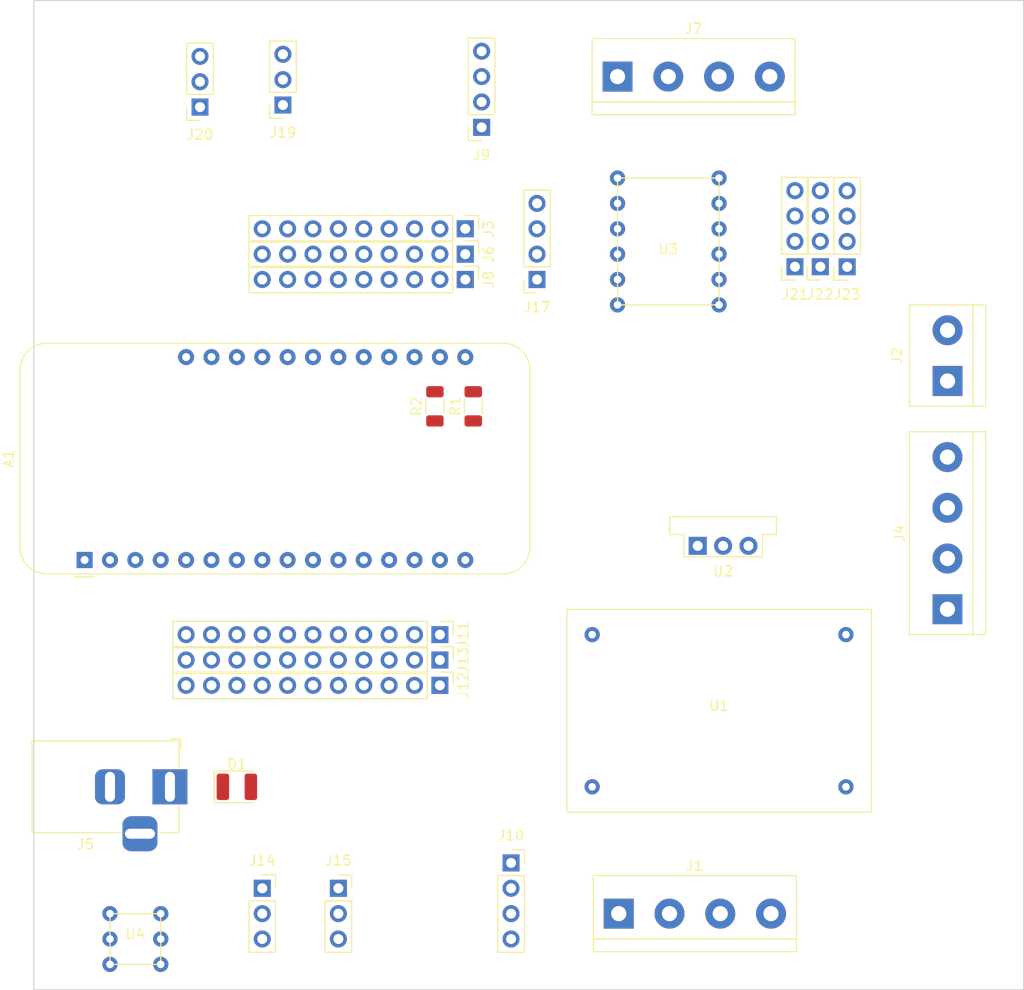
<source format=kicad_pcb>
(kicad_pcb (version 20211014) (generator pcbnew)
  (layers (0 "F.Cu" signal) (31 "B.Cu" signal) (34 "B.Paste" user) (35 "F.Paste" user) (36 "B.SilkS" user "B.Silkscreen") (37 "F.SilkS" user "F.Silkscreen") (38 "B.Mask" user) (39 "F.Mask" user) (44 "Edge.Cuts" user))
  (net 0 "")
  (net 1 "TX")
  (net 2 "RX")
  (net 4 "GND")
  (net 5 "Net-(A1-Pad7)")
  (net 6 "D5")
  (net 7 "D6")
  (net 8 "Net-(A1-Pad10)")
  (net 9 "A0")
  (net 10 "A1")
  (net 11 "Net-(A1-Pad21)")
  (net 12 "Net-(A1-Pad22)")
  (net 13 "SDA")
  (net 14 "SCL")
  (net 15 "Net-(A1-Pad25)")
  (net 18 "+12VA")
  (net 19 "Net-(D1-Pad2)")
  (net 20 "+5VA")
  (net 21 "+3.3VA")
  (net 22 "+5V")
  (net 23 "Net-(J17-Pad1)")
  (net 24 "Net-(J17-Pad2)")
  (net 25 "Net-(J17-Pad3)")
  (net 26 "Net-(J17-Pad4)")
  (net 27 "Net-(J21-Pad1)")
  (net 28 "Net-(J21-Pad2)")
  (net 29 "Net-(J21-Pad3)")
  (net 30 "Net-(J21-Pad4)")
  (net 31 "+3.3V")
  (net 36 "Net-(A1-Pad8)")
  (net 37 "Net-(A1-Pad9)")
  (net 38 "SCK")
  (net 39 "MOSI")
  (net 40 "MISO")
  (net 41 "Net-(A1-Pad23)")
  (net 42 "Net-(A1-Pad24)")
  (footprint "Converter_DCDC:Converter_DCDC_Murata_OKI-78SR_Vertical" (layer "F.Cu") (at 91.8464 115.57)
    (fp_text reference "U2" (at 2.54 2.54 180) (layer "F.SilkS"))
    (fp_text value "dcdc-3v3")
    (fp_line (start 7.88 -1.15) (end 7.88 -2.92) (layer "F.SilkS") (width 0.12))
    (fp_line (start 7.88 -2.92) (end -2.79 -2.92) (layer "F.SilkS") (width 0.12))
    (fp_line (start 7.88 -1.14) (end 6.48 -1.14) (layer "F.SilkS") (width 0.12))
    (fp_line (start 6.48 -1.14) (end 6.48 1.1) (layer "F.SilkS") (width 0.12))
    (fp_line (start 6.48 1.1) (end -1.4 1.1) (layer "F.SilkS") (width 0.12))
    (fp_line (start -1.4 1.1) (end -1.4 -1.14) (layer "F.SilkS") (width 0.12))
    (fp_line (start -1.4 -1.14) (end -2.79 -1.14) (layer "F.SilkS") (width 0.12))
    (fp_line (start -2.79 -2.92) (end -2.79 -1.14) (layer "F.SilkS") (width 0.12))
    (pad "1" thru_hole rect (at 0 0) (size 1.8 1.8) (drill 1) (layers *.Cu *.Mask) (net 20 "+5VA"))
    (pad "2" thru_hole circle (at 2.54 0) (size 1.8 1.8) (drill 1) (layers *.Cu *.Mask) (net 4 "GND"))
    (pad "3" thru_hole circle (at 5.08 0) (size 1.8 1.8) (drill 1) (layers *.Cu *.Mask) (net 21 "+3.3VA"))
  )
  (footprint "Connector_BarrelJack:BarrelJack_Horizontal" (layer "F.Cu") (at 39.02 139.7)
    (fp_text reference "J5" (at -8.45 5.75) (layer "F.SilkS"))
    (fp_text value "power")
    (fp_line (start -13.8 -4.6) (end 0.9 -4.6) (layer "F.SilkS") (width 0.12))
    (fp_line (start -13.8 4.6) (end -13.8 -4.6) (layer "F.SilkS") (width 0.12))
    (fp_line (start -5 4.6) (end -13.8 4.6) (layer "F.SilkS") (width 0.12))
    (fp_line (start 0.05 -4.8) (end 1.1 -4.8) (layer "F.SilkS") (width 0.12))
    (fp_line (start 1.1 -3.75) (end 1.1 -4.8) (layer "F.SilkS") (width 0.12))
    (fp_line (start 0.9 1.9) (end 0.9 4.6) (layer "F.SilkS") (width 0.12))
    (fp_line (start 0.9 4.6) (end -1 4.6) (layer "F.SilkS") (width 0.12))
    (fp_line (start 0.9 -4.6) (end 0.9 -2) (layer "F.SilkS") (width 0.12))
    (pad "1" thru_hole rect (at 0 0) (size 3.5 3.5) (drill oval 1 3) (layers *.Cu *.Mask) (net 19 "Net-(D1-Pad2)"))
    (pad "2" thru_hole roundrect (at -6 0) (size 3 3.5) (drill oval 1 3) (layers *.Cu *.Mask) (net 4 "GND"))
    (pad "3" thru_hole roundrect (at -3 4.7) (size 3.5 3.5) (drill oval 3 1) (layers *.Cu *.Mask) (net 4 "GND"))
  )
  (footprint "Connector_PinHeader_2.54mm:PinHeader_1x11_P2.54mm_Vertical" (layer "F.Cu") (at 66.04 124.46 -90)
    (fp_text reference "J11" (at 0 -2.33 90) (layer "F.SilkS"))
    (fp_text value "io")
    (fp_line (start -1.33 0) (end -1.33 -1.33) (layer "F.SilkS") (width 0.12))
    (fp_line (start -1.33 -1.33) (end 0 -1.33) (layer "F.SilkS") (width 0.12))
    (fp_line (start -1.33 1.27) (end 1.33 1.27) (layer "F.SilkS") (width 0.12))
    (fp_line (start 1.33 1.27) (end 1.33 26.73) (layer "F.SilkS") (width 0.12))
    (fp_line (start -1.33 26.73) (end 1.33 26.73) (layer "F.SilkS") (width 0.12))
    (fp_line (start -1.33 1.27) (end -1.33 26.73) (layer "F.SilkS") (width 0.12))
    (pad "1" thru_hole rect (at 0 0 270) (size 1.7 1.7) (drill 1) (layers *.Cu *.Mask) (net 1 "TX"))
    (pad "2" thru_hole oval (at 0 2.54 270) (size 1.7 1.7) (drill 1) (layers *.Cu *.Mask) (net 2 "RX"))
    (pad "3" thru_hole oval (at 0 5.08 270) (size 1.7 1.7) (drill 1) (layers *.Cu *.Mask) (net 40 "MISO"))
    (pad "4" thru_hole oval (at 0 7.62 270) (size 1.7 1.7) (drill 1) (layers *.Cu *.Mask) (net 39 "MOSI"))
    (pad "5" thru_hole oval (at 0 10.16 270) (size 1.7 1.7) (drill 1) (layers *.Cu *.Mask) (net 38 "SCK"))
    (pad "6" thru_hole oval (at 0 12.7 270) (size 1.7 1.7) (drill 1) (layers *.Cu *.Mask) (net 8 "Net-(A1-Pad10)"))
    (pad "7" thru_hole oval (at 0 15.24 270) (size 1.7 1.7) (drill 1) (layers *.Cu *.Mask) (net 37 "Net-(A1-Pad9)"))
    (pad "8" thru_hole oval (at 0 17.78 270) (size 1.7 1.7) (drill 1) (layers *.Cu *.Mask) (net 36 "Net-(A1-Pad8)"))
    (pad "9" thru_hole oval (at 0 20.32 270) (size 1.7 1.7) (drill 1) (layers *.Cu *.Mask) (net 5 "Net-(A1-Pad7)"))
    (pad "10" thru_hole oval (at 0 22.86 270) (size 1.7 1.7) (drill 1) (layers *.Cu *.Mask) (net 10 "A1"))
    (pad "11" thru_hole oval (at 0 25.4 270) (size 1.7 1.7) (drill 1) (layers *.Cu *.Mask) (net 9 "A0"))
  )
  (footprint "Connector_PinSocket_2.54mm:PinSocket_1x03_P2.54mm_Vertical" (layer "F.Cu") (at 48.26 149.86)
    (fp_text reference "J14" (at 0 -2.77) (layer "F.SilkS"))
    (fp_text value "a0")
    (fp_line (start 1.33 -1.33) (end 1.33 0) (layer "F.SilkS") (width 0.12))
    (fp_line (start 0 -1.33) (end 1.33 -1.33) (layer "F.SilkS") (width 0.12))
    (fp_line (start 1.33 1.27) (end 1.33 6.41) (layer "F.SilkS") (width 0.12))
    (fp_line (start -1.33 6.41) (end 1.33 6.41) (layer "F.SilkS") (width 0.12))
    (fp_line (start -1.33 1.27) (end -1.33 6.41) (layer "F.SilkS") (width 0.12))
    (fp_line (start -1.33 1.27) (end 1.33 1.27) (layer "F.SilkS") (width 0.12))
    (pad "1" thru_hole rect (at 0 0) (size 1.7 1.7) (drill 1) (layers *.Cu *.Mask) (net 9 "A0"))
    (pad "2" thru_hole oval (at 0 2.54) (size 1.7 1.7) (drill 1) (layers *.Cu *.Mask) (net 31 "+3.3V"))
    (pad "3" thru_hole oval (at 0 5.08) (size 1.7 1.7) (drill 1) (layers *.Cu *.Mask) (net 4 "GND"))
  )
  (footprint "TerminalBlock:TerminalBlock_bornier-4_P5.08mm" (layer "F.Cu") (at 116.84 121.92 90)
    (fp_text reference "J4" (at 7.6 -4.8 90) (layer "F.SilkS"))
    (fp_text value "power")
    (fp_line (start -2.54 -3.81) (end -2.54 3.81) (layer "F.SilkS") (width 0.12))
    (fp_line (start 17.78 2.54) (end -2.54 2.54) (layer "F.SilkS") (width 0.12))
    (fp_line (start -2.54 -3.81) (end 17.78 -3.81) (layer "F.SilkS") (width 0.12))
    (fp_line (start 17.78 3.81) (end 17.78 -3.81) (layer "F.SilkS") (width 0.12))
    (fp_line (start -2.54 3.81) (end 17.78 3.81) (layer "F.SilkS") (width 0.12))
    (pad "1" thru_hole rect (at 0 0 90) (size 3 3) (drill 1.52) (layers *.Cu *.Mask) (net 18 "+12VA"))
    (pad "2" thru_hole circle (at 5.08 0 90) (size 3 3) (drill 1.52) (layers *.Cu *.Mask) (net 20 "+5VA"))
    (pad "3" thru_hole circle (at 10.16 0 90) (size 3 3) (drill 1.52) (layers *.Cu *.Mask) (net 21 "+3.3VA"))
    (pad "4" thru_hole circle (at 15.24 0 90) (size 3 3) (drill 1.52) (layers *.Cu *.Mask) (net 4 "GND"))
  )
  (footprint "Connector_PinHeader_2.54mm:PinHeader_1x09_P2.54mm_Vertical" (layer "F.Cu") (at 68.58 88.9 -90)
    (fp_text reference "J8" (at 0 -2.33 90) (layer "F.SilkS"))
    (fp_text value "io")
    (fp_line (start -1.33 1.27) (end 1.33 1.27) (layer "F.SilkS") (width 0.12))
    (fp_line (start -1.33 -1.33) (end 0 -1.33) (layer "F.SilkS") (width 0.12))
    (fp_line (start -1.33 0) (end -1.33 -1.33) (layer "F.SilkS") (width 0.12))
    (fp_line (start -1.33 21.65) (end 1.33 21.65) (layer "F.SilkS") (width 0.12))
    (fp_line (start -1.33 1.27) (end -1.33 21.65) (layer "F.SilkS") (width 0.12))
    (fp_line (start 1.33 1.27) (end 1.33 21.65) (layer "F.SilkS") (width 0.12))
    (pad "1" thru_hole rect (at 0 0 270) (size 1.7 1.7) (drill 1) (layers *.Cu *.Mask) (net 13 "SDA"))
    (pad "2" thru_hole oval (at 0 2.54 270) (size 1.7 1.7) (drill 1) (layers *.Cu *.Mask) (net 14 "SCL"))
    (pad "3" thru_hole oval (at 0 5.08 270) (size 1.7 1.7) (drill 1) (layers *.Cu *.Mask) (net 6 "D5"))
    (pad "4" thru_hole oval (at 0 7.62 270) (size 1.7 1.7) (drill 1) (layers *.Cu *.Mask) (net 7 "D6"))
    (pad "5" thru_hole oval (at 0 10.16 270) (size 1.7 1.7) (drill 1) (layers *.Cu *.Mask) (net 11 "Net-(A1-Pad21)"))
    (pad "6" thru_hole oval (at 0 12.7 270) (size 1.7 1.7) (drill 1) (layers *.Cu *.Mask) (net 12 "Net-(A1-Pad22)"))
    (pad "7" thru_hole oval (at 0 15.24 270) (size 1.7 1.7) (drill 1) (layers *.Cu *.Mask) (net 41 "Net-(A1-Pad23)"))
    (pad "8" thru_hole oval (at 0 17.78 270) (size 1.7 1.7) (drill 1) (layers *.Cu *.Mask) (net 42 "Net-(A1-Pad24)"))
    (pad "9" thru_hole oval (at 0 20.32 270) (size 1.7 1.7) (drill 1) (layers *.Cu *.Mask) (net 15 "Net-(A1-Pad25)"))
  )
  (footprint "TerminalBlock:TerminalBlock_bornier-2_P5.08mm" (layer "F.Cu") (at 116.85 99.06 90)
    (fp_text reference "J2" (at 2.54 -5.08 90) (layer "F.SilkS"))
    (fp_text value "i2c")
    (fp_line (start 7.62 3.81) (end 7.62 -3.81) (layer "F.SilkS") (width 0.12))
    (fp_line (start -2.54 -3.81) (end -2.54 3.81) (layer "F.SilkS") (width 0.12))
    (fp_line (start 7.62 2.54) (end -2.54 2.54) (layer "F.SilkS") (width 0.12))
    (fp_line (start -2.54 3.81) (end 7.62 3.81) (layer "F.SilkS") (width 0.12))
    (fp_line (start 7.62 -3.81) (end -2.54 -3.81) (layer "F.SilkS") (width 0.12))
    (pad "1" thru_hole rect (at 0 0 90) (size 3 3) (drill 1.52) (layers *.Cu *.Mask) (net 13 "SDA"))
    (pad "2" thru_hole circle (at 5.08 0 90) (size 3 3) (drill 1.52) (layers *.Cu *.Mask) (net 14 "SCL"))
  )
  (footprint "Connector_PinHeader_2.54mm:PinHeader_1x09_P2.54mm_Vertical" (layer "F.Cu") (at 68.58 83.82 -90)
    (fp_text reference "J3" (at 0 -2.33 90) (layer "F.SilkS"))
    (fp_text value "gnd")
    (fp_line (start -1.33 1.27) (end 1.33 1.27) (layer "F.SilkS") (width 0.12))
    (fp_line (start -1.33 -1.33) (end 0 -1.33) (layer "F.SilkS") (width 0.12))
    (fp_line (start -1.33 21.65) (end 1.33 21.65) (layer "F.SilkS") (width 0.12))
    (fp_line (start -1.33 0) (end -1.33 -1.33) (layer "F.SilkS") (width 0.12))
    (fp_line (start -1.33 1.27) (end -1.33 21.65) (layer "F.SilkS") (width 0.12))
    (fp_line (start 1.33 1.27) (end 1.33 21.65) (layer "F.SilkS") (width 0.12))
    (pad "1" thru_hole rect (at 0 0 270) (size 1.7 1.7) (drill 1) (layers *.Cu *.Mask) (net 4 "GND"))
    (pad "2" thru_hole oval (at 0 2.54 270) (size 1.7 1.7) (drill 1) (layers *.Cu *.Mask) (net 4 "GND"))
    (pad "3" thru_hole oval (at 0 5.08 270) (size 1.7 1.7) (drill 1) (layers *.Cu *.Mask) (net 4 "GND"))
    (pad "4" thru_hole oval (at 0 7.62 270) (size 1.7 1.7) (drill 1) (layers *.Cu *.Mask) (net 4 "GND"))
    (pad "5" thru_hole oval (at 0 10.16 270) (size 1.7 1.7) (drill 1) (layers *.Cu *.Mask) (net 4 "GND"))
    (pad "6" thru_hole oval (at 0 12.7 270) (size 1.7 1.7) (drill 1) (layers *.Cu *.Mask) (net 4 "GND"))
    (pad "7" thru_hole oval (at 0 15.24 270) (size 1.7 1.7) (drill 1) (layers *.Cu *.Mask) (net 4 "GND"))
    (pad "8" thru_hole oval (at 0 17.78 270) (size 1.7 1.7) (drill 1) (layers *.Cu *.Mask) (net 4 "GND"))
    (pad "9" thru_hole oval (at 0 20.32 270) (size 1.7 1.7) (drill 1) (layers *.Cu *.Mask) (net 4 "GND"))
  )
  (footprint "Connector_PinSocket_2.54mm:PinSocket_1x03_P2.54mm_Vertical" (layer "F.Cu") (at 42.03 71.635 180)
    (fp_text reference "J20" (at 0 -2.77) (layer "F.SilkS"))
    (fp_text value "d6")
    (fp_line (start 1.33 1.27) (end 1.33 6.41) (layer "F.SilkS") (width 0.12))
    (fp_line (start -1.33 1.27) (end 1.33 1.27) (layer "F.SilkS") (width 0.12))
    (fp_line (start -1.33 6.41) (end 1.33 6.41) (layer "F.SilkS") (width 0.12))
    (fp_line (start 0 -1.33) (end 1.33 -1.33) (layer "F.SilkS") (width 0.12))
    (fp_line (start 1.33 -1.33) (end 1.33 0) (layer "F.SilkS") (width 0.12))
    (fp_line (start -1.33 1.27) (end -1.33 6.41) (layer "F.SilkS") (width 0.12))
    (pad "1" thru_hole rect (at 0 0 180) (size 1.7 1.7) (drill 1) (layers *.Cu *.Mask) (net 7 "D6"))
    (pad "2" thru_hole oval (at 0 2.54 180) (size 1.7 1.7) (drill 1) (layers *.Cu *.Mask) (net 31 "+3.3V"))
    (pad "3" thru_hole oval (at 0 5.08 180) (size 1.7 1.7) (drill 1) (layers *.Cu *.Mask) (net 4 "GND"))
  )
  (footprint "my-packages:dcdc-converter" (layer "F.Cu") (at 93.98 132.08)
    (fp_text reference "U1" (at 0 -0.5 unlocked) (layer "F.SilkS"))
    (fp_text value "dcdc-5v")
    (fp_rect (start -15.24 -10.16) (end 15.24 10.16) (layer "F.SilkS") (width 0.12) (fill none))
    (pad "1" thru_hole circle (at -12.7 -7.62) (size 1.524 1.524) (drill 0.762) (layers *.Cu *.Mask) (net 18 "+12VA"))
    (pad "2" thru_hole circle (at -12.7 7.62) (size 1.524 1.524) (drill 0.762) (layers *.Cu *.Mask) (net 4 "GND"))
    (pad "3" thru_hole circle (at 12.7 -7.62) (size 1.524 1.524) (drill 0.762) (layers *.Cu *.Mask) (net 20 "+5VA"))
    (pad "4" thru_hole circle (at 12.7 7.62) (size 1.524 1.524) (drill 0.762) (layers *.Cu *.Mask) (net 4 "GND"))
  )
  (footprint "Connector_PinHeader_2.54mm:PinHeader_1x09_P2.54mm_Vertical" (layer "F.Cu") (at 68.58 86.36 -90)
    (fp_text reference "J6" (at 0 -2.33 90) (layer "F.SilkS"))
    (fp_text value "vcc")
    (fp_line (start -1.33 1.27) (end -1.33 21.65) (layer "F.SilkS") (width 0.12))
    (fp_line (start -1.33 1.27) (end 1.33 1.27) (layer "F.SilkS") (width 0.12))
    (fp_line (start -1.33 0) (end -1.33 -1.33) (layer "F.SilkS") (width 0.12))
    (fp_line (start -1.33 21.65) (end 1.33 21.65) (layer "F.SilkS") (width 0.12))
    (fp_line (start -1.33 -1.33) (end 0 -1.33) (layer "F.SilkS") (width 0.12))
    (fp_line (start 1.33 1.27) (end 1.33 21.65) (layer "F.SilkS") (width 0.12))
    (pad "1" thru_hole rect (at 0 0 270) (size 1.7 1.7) (drill 1) (layers *.Cu *.Mask) (net 31 "+3.3V"))
    (pad "2" thru_hole oval (at 0 2.54 270) (size 1.7 1.7) (drill 1) (layers *.Cu *.Mask) (net 31 "+3.3V"))
    (pad "3" thru_hole oval (at 0 5.08 270) (size 1.7 1.7) (drill 1) (layers *.Cu *.Mask) (net 31 "+3.3V"))
    (pad "4" thru_hole oval (at 0 7.62 270) (size 1.7 1.7) (drill 1) (layers *.Cu *.Mask) (net 31 "+3.3V"))
    (pad "5" thru_hole oval (at 0 10.16 270) (size 1.7 1.7) (drill 1) (layers *.Cu *.Mask) (net 31 "+3.3V"))
    (pad "6" thru_hole oval (at 0 12.7 270) (size 1.7 1.7) (drill 1) (layers *.Cu *.Mask) (net 31 "+3.3V"))
    (pad "7" thru_hole oval (at 0 15.24 270) (size 1.7 1.7) (drill 1) (layers *.Cu *.Mask) (net 31 "+3.3V"))
    (pad "8" thru_hole oval (at 0 17.78 270) (size 1.7 1.7) (drill 1) (layers *.Cu *.Mask) (net 31 "+3.3V"))
    (pad "9" thru_hole oval (at 0 20.32 270) (size 1.7 1.7) (drill 1) (layers *.Cu *.Mask) (net 31 "+3.3V"))
  )
  (footprint "Diode_SMD:D_1210_3225Metric" (layer "F.Cu") (at 45.72 139.7)
    (fp_text reference "D1" (at 0 -2.28) (layer "F.SilkS"))
    (fp_text value "D_Schottky")
    (fp_line (start 1.6 -1.585) (end -2.285 -1.585) (layer "F.SilkS") (width 0.12))
    (fp_line (start -2.285 -1.585) (end -2.285 1.585) (layer "F.SilkS") (width 0.12))
    (fp_line (start -2.285 1.585) (end 1.6 1.585) (layer "F.SilkS") (width 0.12))
    (pad "1" smd roundrect (at -1.4 0) (size 1.25 2.65) (layers "F.Cu" "F.Paste" "F.Mask") (roundrect_rratio 0.2) (net 18 "+12VA"))
    (pad "2" smd roundrect (at 1.4 0) (size 1.25 2.65) (layers "F.Cu" "F.Paste" "F.Mask") (roundrect_rratio 0.2) (net 19 "Net-(D1-Pad2)"))
  )
  (footprint "TerminalBlock:TerminalBlock_bornier-4_P5.08mm" (layer "F.Cu") (at 83.94 152.4)
    (fp_text reference "J1" (at 7.6 -4.8) (layer "F.SilkS"))
    (fp_text value "power")
    (fp_line (start -2.54 -3.81) (end 17.78 -3.81) (layer "F.SilkS") (width 0.12))
    (fp_line (start 17.78 2.54) (end -2.54 2.54) (layer "F.SilkS") (width 0.12))
    (fp_line (start -2.54 -3.81) (end -2.54 3.81) (layer "F.SilkS") (width 0.12))
    (fp_line (start 17.78 3.81) (end 17.78 -3.81) (layer "F.SilkS") (width 0.12))
    (fp_line (start -2.54 3.81) (end 17.78 3.81) (layer "F.SilkS") (width 0.12))
    (pad "1" thru_hole rect (at 0 0) (size 3 3) (drill 1.52) (layers *.Cu *.Mask) (net 18 "+12VA"))
    (pad "2" thru_hole circle (at 5.08 0) (size 3 3) (drill 1.52) (layers *.Cu *.Mask) (net 20 "+5VA"))
    (pad "3" thru_hole circle (at 10.16 0) (size 3 3) (drill 1.52) (layers *.Cu *.Mask) (net 21 "+3.3VA"))
    (pad "4" thru_hole circle (at 15.24 0) (size 3 3) (drill 1.52) (layers *.Cu *.Mask) (net 4 "GND"))
  )
  (footprint "my-packages:dip-12pin" (layer "F.Cu") (at 88.9 86.36)
    (fp_text reference "U3" (at 0 -0.5 unlocked) (layer "F.SilkS"))
    (fp_text value "level-shifter")
    (fp_rect (start -5.08 -7.62) (end 5.08 5.08) (layer "F.SilkS") (width 0.12) (fill none))
    (pad "1" thru_hole circle (at -5.08 -7.62) (size 1.524 1.524) (drill 0.762) (layers *.Cu *.Mask) (net 26 "Net-(J17-Pad4)"))
    (pad "2" thru_hole circle (at -5.08 -5.08) (size 1.524 1.524) (drill 0.762) (layers *.Cu *.Mask) (net 25 "Net-(J17-Pad3)"))
    (pad "3" thru_hole circle (at -5.08 -2.54) (size 1.524 1.524) (drill 0.762) (layers *.Cu *.Mask) (net 4 "GND"))
    (pad "4" thru_hole circle (at -5.08 0) (size 1.524 1.524) (drill 0.762) (layers *.Cu *.Mask) (net 31 "+3.3V"))
    (pad "5" thru_hole circle (at -5.08 2.54) (size 1.524 1.524) (drill 0.762) (layers *.Cu *.Mask) (net 24 "Net-(J17-Pad2)"))
    (pad "6" thru_hole circle (at -5.08 5.08) (size 1.524 1.524) (drill 0.762) (layers *.Cu *.Mask) (net 23 "Net-(J17-Pad1)"))
    (pad "7" thru_hole circle (at 5.08 -7.62) (size 1.524 1.524) (drill 0.762) (layers *.Cu *.Mask) (net 30 "Net-(J21-Pad4)"))
    (pad "8" thru_hole circle (at 5.08 -5.08) (size 1.524 1.524) (drill 0.762) (layers *.Cu *.Mask) (net 29 "Net-(J21-Pad3)"))
    (pad "9" thru_hole circle (at 5.08 -2.54) (size 1.524 1.524) (drill 0.762) (layers *.Cu *.Mask) (net 22 "+5V"))
    (pad "10" thru_hole circle (at 5.08 0) (size 1.524 1.524) (drill 0.762) (layers *.Cu *.Mask) (net 4 "GND"))
    (pad "11" thru_hole circle (at 5.08 2.54) (size 1.524 1.524) (drill 0.762) (layers *.Cu *.Mask) (net 28 "Net-(J21-Pad2)"))
    (pad "12" thru_hole circle (at 5.08 5.08) (size 1.524 1.524) (drill 0.762) (layers *.Cu *.Mask) (net 27 "Net-(J21-Pad1)"))
  )
  (footprint "Connector_PinHeader_2.54mm:PinHeader_1x11_P2.54mm_Vertical" (layer "F.Cu") (at 66.04 129.54 -90)
    (fp_text reference "J12" (at 0 -2.33 90) (layer "F.SilkS"))
    (fp_text value "gnd")
    (fp_line (start -1.33 1.27) (end 1.33 1.27) (layer "F.SilkS") (width 0.12))
    (fp_line (start -1.33 1.27) (end -1.33 26.73) (layer "F.SilkS") (width 0.12))
    (fp_line (start 1.33 1.27) (end 1.33 26.73) (layer "F.SilkS") (width 0.12))
    (fp_line (start -1.33 0) (end -1.33 -1.33) (layer "F.SilkS") (width 0.12))
    (fp_line (start -1.33 26.73) (end 1.33 26.73) (layer "F.SilkS") (width 0.12))
    (fp_line (start -1.33 -1.33) (end 0 -1.33) (layer "F.SilkS") (width 0.12))
    (pad "1" thru_hole rect (at 0 0 270) (size 1.7 1.7) (drill 1) (layers *.Cu *.Mask) (net 4 "GND"))
    (pad "2" thru_hole oval (at 0 2.54 270) (size 1.7 1.7) (drill 1) (layers *.Cu *.Mask) (net 4 "GND"))
    (pad "3" thru_hole oval (at 0 5.08 270) (size 1.7 1.7) (drill 1) (layers *.Cu *.Mask) (net 4 "GND"))
    (pad "4" thru_hole oval (at 0 7.62 270) (size 1.7 1.7) (drill 1) (layers *.Cu *.Mask) (net 4 "GND"))
    (pad "5" thru_hole oval (at 0 10.16 270) (size 1.7 1.7) (drill 1) (layers *.Cu *.Mask) (net 4 "GND"))
    (pad "6" thru_hole oval (at 0 12.7 270) (size 1.7 1.7) (drill 1) (layers *.Cu *.Mask) (net 4 "GND"))
    (pad "7" thru_hole oval (at 0 15.24 270) (size 1.7 1.7) (drill 1) (layers *.Cu *.Mask) (net 4 "GND"))
    (pad "8" thru_hole oval (at 0 17.78 270) (size 1.7 1.7) (drill 1) (layers *.Cu *.Mask) (net 4 "GND"))
    (pad "9" thru_hole oval (at 0 20.32 270) (size 1.7 1.7) (drill 1) (layers *.Cu *.Mask) (net 4 "GND"))
    (pad "10" thru_hole oval (at 0 22.86 270) (size 1.7 1.7) (drill 1) (layers *.Cu *.Mask) (net 4 "GND"))
    (pad "11" thru_hole oval (at 0 25.4 270) (size 1.7 1.7) (drill 1) (layers *.Cu *.Mask) (net 4 "GND"))
  )
  (footprint "Connector_PinSocket_2.54mm:PinSocket_1x04_P2.54mm_Vertical" (layer "F.Cu") (at 73.1625 147.32)
    (fp_text reference "J10" (at 0 -2.77) (layer "F.SilkS"))
    (fp_text value "uart")
    (fp_line (start -1.33 1.27) (end -1.33 8.95) (layer "F.SilkS") (width 0.12))
    (fp_line (start 1.33 1.27) (end 1.33 8.95) (layer "F.SilkS") (width 0.12))
    (fp_line (start -1.33 8.95) (end 1.33 8.95) (layer "F.SilkS") (width 0.12))
    (fp_line (start 0 -1.33) (end 1.33 -1.33) (layer "F.SilkS") (width 0.12))
    (fp_line (start -1.33 1.27) (end 1.33 1.27) (layer "F.SilkS") (width 0.12))
    (fp_line (start 1.33 -1.33) (end 1.33 0) (layer "F.SilkS") (width 0.12))
    (pad "1" thru_hole rect (at 0 0) (size 1.7 1.7) (drill 1) (layers *.Cu *.Mask) (net 1 "TX"))
    (pad "2" thru_hole oval (at 0 2.54) (size 1.7 1.7) (drill 1) (layers *.Cu *.Mask) (net 2 "RX"))
    (pad "3" thru_hole oval (at 0 5.08) (size 1.7 1.7) (drill 1) (layers *.Cu *.Mask) (net 31 "+3.3V"))
    (pad "4" thru_hole oval (at 0 7.62) (size 1.7 1.7) (drill 1) (layers *.Cu *.Mask) (net 4 "GND"))
  )
  (footprint "Connector_PinSocket_2.54mm:PinSocket_1x03_P2.54mm_Vertical" (layer "F.Cu") (at 55.88 149.86)
    (fp_text reference "J15" (at 0 -2.77) (layer "F.SilkS"))
    (fp_text value "a1")
    (fp_line (start 1.33 1.27) (end 1.33 6.41) (layer "F.SilkS") (width 0.12))
    (fp_line (start -1.33 6.41) (end 1.33 6.41) (layer "F.SilkS") (width 0.12))
    (fp_line (start -1.33 1.27) (end 1.33 1.27) (layer "F.SilkS") (width 0.12))
    (fp_line (start -1.33 1.27) (end -1.33 6.41) (layer "F.SilkS") (width 0.12))
    (fp_line (start 0 -1.33) (end 1.33 -1.33) (layer "F.SilkS") (width 0.12))
    (fp_line (start 1.33 -1.33) (end 1.33 0) (layer "F.SilkS") (width 0.12))
    (pad "1" thru_hole rect (at 0 0) (size 1.7 1.7) (drill 1) (layers *.Cu *.Mask) (net 10 "A1"))
    (pad "2" thru_hole oval (at 0 2.54) (size 1.7 1.7) (drill 1) (layers *.Cu *.Mask) (net 31 "+3.3V"))
    (pad "3" thru_hole oval (at 0 5.08) (size 1.7 1.7) (drill 1) (layers *.Cu *.Mask) (net 4 "GND"))
  )
  (footprint "TerminalBlock:TerminalBlock_bornier-4_P5.08mm" (layer "F.Cu") (at 83.82 68.58)
    (fp_text reference "J7" (at 7.6 -4.8) (layer "F.SilkS"))
    (fp_text value "power")
    (fp_line (start 17.78 3.81) (end 17.78 -3.81) (layer "F.SilkS") (width 0.12))
    (fp_line (start -2.54 -3.81) (end 17.78 -3.81) (layer "F.SilkS") (width 0.12))
    (fp_line (start -2.54 -3.81) (end -2.54 3.81) (layer "F.SilkS") (width 0.12))
    (fp_line (start 17.78 2.54) (end -2.54 2.54) (layer "F.SilkS") (width 0.12))
    (fp_line (start -2.54 3.81) (end 17.78 3.81) (layer "F.SilkS") (width 0.12))
    (pad "1" thru_hole rect (at 0 0) (size 3 3) (drill 1.52) (layers *.Cu *.Mask) (net 18 "+12VA"))
    (pad "2" thru_hole circle (at 5.08 0) (size 3 3) (drill 1.52) (layers *.Cu *.Mask) (net 20 "+5VA"))
    (pad "3" thru_hole circle (at 10.16 0) (size 3 3) (drill 1.52) (layers *.Cu *.Mask) (net 21 "+3.3VA"))
    (pad "4" thru_hole circle (at 15.24 0) (size 3 3) (drill 1.52) (layers *.Cu *.Mask) (net 4 "GND"))
  )
  (footprint "Resistor_SMD:R_1206_3216Metric" (layer "F.Cu") (at 69.38 101.6 90)
    (fp_text reference "R1" (at 0 -1.82 90) (layer "F.SilkS"))
    (fp_text value "10k")
    (fp_line (start -0.727064 -0.91) (end 0.727064 -0.91) (layer "F.SilkS") (width 0.12))
    (fp_line (start -0.727064 0.91) (end 0.727064 0.91) (layer "F.SilkS") (width 0.12))
    (pad "1" smd roundrect (at -1.4625 0 90) (size 1.125 1.75) (layers "F.Cu" "F.Paste" "F.Mask") (roundrect_rratio 0.222222) (net 31 "+3.3V"))
    (pad "2" smd roundrect (at 1.4625 0 90) (size 1.125 1.75) (layers "F.Cu" "F.Paste" "F.Mask") (roundrect_rratio 0.222222) (net 13 "SDA"))
  )
  (footprint "Connector_PinSocket_2.54mm:PinSocket_1x04_P2.54mm_Vertical" (layer "F.Cu") (at 104.115 87.62 180)
    (fp_text reference "J22" (at 0 -2.77) (layer "F.SilkS"))
    (fp_text value "vcc")
    (fp_line (start 0 -1.33) (end 1.33 -1.33) (layer "F.SilkS") (width 0.12))
    (fp_line (start 1.33 1.27) (end 1.33 8.95) (layer "F.SilkS") (width 0.12))
    (fp_line (start 1.33 -1.33) (end 1.33 0) (layer "F.SilkS") (width 0.12))
    (fp_line (start -1.33 1.27) (end -1.33 8.95) (layer "F.SilkS") (width 0.12))
    (fp_line (start -1.33 1.27) (end 1.33 1.27) (layer "F.SilkS") (width 0.12))
    (fp_line (start -1.33 8.95) (end 1.33 8.95) (layer "F.SilkS") (width 0.12))
    (pad "1" thru_hole rect (at 0 0 180) (size 1.7 1.7) (drill 1) (layers *.Cu *.Mask) (net 22 "+5V"))
    (pad "2" thru_hole oval (at 0 2.54 180) (size 1.7 1.7) (drill 1) (layers *.Cu *.Mask) (net 22 "+5V"))
    (pad "3" thru_hole oval (at 0 5.08 180) (size 1.7 1.7) (drill 1) (layers *.Cu *.Mask) (net 22 "+5V"))
    (pad "4" thru_hole oval (at 0 7.62 180) (size 1.7 1.7) (drill 1) (layers *.Cu *.Mask) (net 22 "+5V"))
  )
  (footprint "Connector_PinSocket_2.54mm:PinSocket_1x04_P2.54mm_Vertical" (layer "F.Cu") (at 106.8 87.63 180)
    (fp_text reference "J23" (at 0 -2.77) (layer "F.SilkS"))
    (fp_text value "gnd")
    (fp_line (start 0 -1.33) (end 1.33 -1.33) (layer "F.SilkS") (width 0.12))
    (fp_line (start -1.33 1.27) (end -1.33 8.95) (layer "F.SilkS") (width 0.12))
    (fp_line (start -1.33 1.27) (end 1.33 1.27) (layer "F.SilkS") (width 0.12))
    (fp_line (start -1.33 8.95) (end 1.33 8.95) (layer "F.SilkS") (width 0.12))
    (fp_line (start 1.33 -1.33) (end 1.33 0) (layer "F.SilkS") (width 0.12))
    (fp_line (start 1.33 1.27) (end 1.33 8.95) (layer "F.SilkS") (width 0.12))
    (pad "1" thru_hole rect (at 0 0 180) (size 1.7 1.7) (drill 1) (layers *.Cu *.Mask) (net 4 "GND"))
    (pad "2" thru_hole oval (at 0 2.54 180) (size 1.7 1.7) (drill 1) (layers *.Cu *.Mask) (net 4 "GND"))
    (pad "3" thru_hole oval (at 0 5.08 180) (size 1.7 1.7) (drill 1) (layers *.Cu *.Mask) (net 4 "GND"))
    (pad "4" thru_hole oval (at 0 7.62 180) (size 1.7 1.7) (drill 1) (layers *.Cu *.Mask) (net 4 "GND"))
  )
  (footprint "Connector_PinSocket_2.54mm:PinSocket_1x04_P2.54mm_Vertical" (layer "F.Cu") (at 75.7625 88.9 180)
    (fp_text reference "J17" (at 0 -2.77) (layer "F.SilkS"))
    (fp_text value "lvio")
    (fp_line (start 1.33 1.27) (end 1.33 8.95) (layer "F.SilkS") (width 0.12))
    (fp_line (start 0 -1.33) (end 1.33 -1.33) (layer "F.SilkS") (width 0.12))
    (fp_line (start -1.33 1.27) (end -1.33 8.95) (layer "F.SilkS") (width 0.12))
    (fp_line (start -1.33 8.95) (end 1.33 8.95) (layer "F.SilkS") (width 0.12))
    (fp_line (start 1.33 -1.33) (end 1.33 0) (layer "F.SilkS") (width 0.12))
    (fp_line (start -1.33 1.27) (end 1.33 1.27) (layer "F.SilkS") (width 0.12))
    (pad "1" thru_hole rect (at 0 0 180) (size 1.7 1.7) (drill 1) (layers *.Cu *.Mask) (net 23 "Net-(J17-Pad1)"))
    (pad "2" thru_hole oval (at 0 2.54 180) (size 1.7 1.7) (drill 1) (layers *.Cu *.Mask) (net 24 "Net-(J17-Pad2)"))
    (pad "3" thru_hole oval (at 0 5.08 180) (size 1.7 1.7) (drill 1) (layers *.Cu *.Mask) (net 25 "Net-(J17-Pad3)"))
    (pad "4" thru_hole oval (at 0 7.62 180) (size 1.7 1.7) (drill 1) (layers *.Cu *.Mask) (net 26 "Net-(J17-Pad4)"))
  )
  (footprint "Connector_PinSocket_2.54mm:PinSocket_1x04_P2.54mm_Vertical" (layer "F.Cu") (at 70.2175 73.66 180)
    (fp_text reference "J9" (at 0 -2.77) (layer "F.SilkS"))
    (fp_text value "i2c")
    (fp_line (start 0 -1.33) (end 1.33 -1.33) (layer "F.SilkS") (width 0.12))
    (fp_line (start -1.33 8.95) (end 1.33 8.95) (layer "F.SilkS") (width 0.12))
    (fp_line (start -1.33 1.27) (end -1.33 8.95) (layer "F.SilkS") (width 0.12))
    (fp_line (start -1.33 1.27) (end 1.33 1.27) (layer "F.SilkS") (width 0.12))
    (fp_line (start 1.33 1.27) (end 1.33 8.95) (layer "F.SilkS") (width 0.12))
    (fp_line (start 1.33 -1.33) (end 1.33 0) (layer "F.SilkS") (width 0.12))
    (pad "1" thru_hole rect (at 0 0 180) (size 1.7 1.7) (drill 1) (layers *.Cu *.Mask) (net 14 "SCL"))
    (pad "2" thru_hole oval (at 0 2.54 180) (size 1.7 1.7) (drill 1) (layers *.Cu *.Mask) (net 13 "SDA"))
    (pad "3" thru_hole oval (at 0 5.08 180) (size 1.7 1.7) (drill 1) (layers *.Cu *.Mask) (net 31 "+3.3V"))
    (pad "4" thru_hole oval (at 0 7.62 180) (size 1.7 1.7) (drill 1) (layers *.Cu *.Mask) (net 4 "GND"))
  )
  (footprint "Connector_PinSocket_2.54mm:PinSocket_1x04_P2.54mm_Vertical" (layer "F.Cu") (at 101.575 87.62 180)
    (fp_text reference "J21" (at 0 -2.77) (layer "F.SilkS"))
    (fp_text value "hvio")
    (fp_line (start 1.33 -1.33) (end 1.33 0) (layer "F.SilkS") (width 0.12))
    (fp_line (start 0 -1.33) (end 1.33 -1.33) (layer "F.SilkS") (width 0.12))
    (fp_line (start -1.33 8.95) (end 1.33 8.95) (layer "F.SilkS") (width 0.12))
    (fp_line (start -1.33 1.27) (end 1.33 1.27) (layer "F.SilkS") (width 0.12))
    (fp_line (start 1.33 1.27) (end 1.33 8.95) (layer "F.SilkS") (width 0.12))
    (fp_line (start -1.33 1.27) (end -1.33 8.95) (layer "F.SilkS") (width 0.12))
    (pad "1" thru_hole rect (at 0 0 180) (size 1.7 1.7) (drill 1) (layers *.Cu *.Mask) (net 27 "Net-(J21-Pad1)"))
    (pad "2" thru_hole oval (at 0 2.54 180) (size 1.7 1.7) (drill 1) (layers *.Cu *.Mask) (net 28 "Net-(J21-Pad2)"))
    (pad "3" thru_hole oval (at 0 5.08 180) (size 1.7 1.7) (drill 1) (layers *.Cu *.Mask) (net 29 "Net-(J21-Pad3)"))
    (pad "4" thru_hole oval (at 0 7.62 180) (size 1.7 1.7) (drill 1) (layers *.Cu *.Mask) (net 30 "Net-(J21-Pad4)"))
  )
  (footprint "Connector_PinHeader_2.54mm:PinHeader_1x11_P2.54mm_Vertical" (layer "F.Cu") (at 66.04 127 -90)
    (fp_text reference "J13" (at 0 -2.33 90) (layer "F.SilkS"))
    (fp_text value "vcc")
    (fp_line (start -1.33 26.73) (end 1.33 26.73) (layer "F.SilkS") (width 0.12))
    (fp_line (start -1.33 1.27) (end 1.33 1.27) (layer "F.SilkS") (width 0.12))
    (fp_line (start -1.33 1.27) (end -1.33 26.73) (layer "F.SilkS") (width 0.12))
    (fp_line (start -1.33 -1.33) (end 0 -1.33) (layer "F.SilkS") (width 0.12))
    (fp_line (start -1.33 0) (end -1.33 -1.33) (layer "F.SilkS") (width 0.12))
    (fp_line (start 1.33 1.27) (end 1.33 26.73) (layer "F.SilkS") (width 0.12))
    (pad "1" thru_hole rect (at 0 0 270) (size 1.7 1.7) (drill 1) (layers *.Cu *.Mask) (net 31 "+3.3V"))
    (pad "2" thru_hole oval (at 0 2.54 270) (size 1.7 1.7) (drill 1) (layers *.Cu *.Mask) (net 31 "+3.3V"))
    (pad "3" thru_hole oval (at 0 5.08 270) (size 1.7 1.7) (drill 1) (layers *.Cu *.Mask) (net 31 "+3.3V"))
    (pad "4" thru_hole oval (at 0 7.62 270) (size 1.7 1.7) (drill 1) (layers *.Cu *.Mask) (net 31 "+3.3V"))
    (pad "5" thru_hole oval (at 0 10.16 270) (size 1.7 1.7) (drill 1) (layers *.Cu *.Mask) (net 31 "+3.3V"))
    (pad "6" thru_hole oval (at 0 12.7 270) (size 1.7 1.7) (drill 1) (layers *.Cu *.Mask) (net 31 "+3.3V"))
    (pad "7" thru_hole oval (at 0 15.24 270) (size 1.7 1.7) (drill 1) (layers *.Cu *.Mask) (net 31 "+3.3V"))
    (pad "8" thru_hole oval (at 0 17.78 270) (size 1.7 1.7) (drill 1) (layers *.Cu *.Mask) (net 31 "+3.3V"))
    (pad "9" thru_hole oval (at 0 20.32 270) (size 1.7 1.7) (drill 1) (layers *.Cu *.Mask) (net 31 "+3.3V"))
    (pad "10" thru_hole oval (at 0 22.86 270) (size 1.7 1.7) (drill 1) (layers *.Cu *.Mask) (net 31 "+3.3V"))
    (pad "11" thru_hole oval (at 0 25.4 270) (size 1.7 1.7) (drill 1) (layers *.Cu *.Mask) (net 31 "+3.3V"))
  )
  (footprint "Connector_PinSocket_2.54mm:PinSocket_1x03_P2.54mm_Vertical" (layer "F.Cu") (at 50.33 71.4275 180)
    (fp_text reference "J19" (at 0 -2.77) (layer "F.SilkS"))
    (fp_text value "d5")
    (fp_line (start -1.33 1.27) (end -1.33 6.41) (layer "F.SilkS") (width 0.12))
    (fp_line (start -1.33 1.27) (end 1.33 1.27) (layer "F.SilkS") (width 0.12))
    (fp_line (start 0 -1.33) (end 1.33 -1.33) (layer "F.SilkS") (width 0.12))
    (fp_line (start -1.33 6.41) (end 1.33 6.41) (layer "F.SilkS") (width 0.12))
    (fp_line (start 1.33 1.27) (end 1.33 6.41) (layer "F.SilkS") (width 0.12))
    (fp_line (start 1.33 -1.33) (end 1.33 0) (layer "F.SilkS") (width 0.12))
    (pad "1" thru_hole rect (at 0 0 180) (size 1.7 1.7) (drill 1) (layers *.Cu *.Mask) (net 6 "D5"))
    (pad "2" thru_hole oval (at 0 2.54 180) (size 1.7 1.7) (drill 1) (layers *.Cu *.Mask) (net 31 "+3.3V"))
    (pad "3" thru_hole oval (at 0 5.08 180) (size 1.7 1.7) (drill 1) (layers *.Cu *.Mask) (net 4 "GND"))
  )
  (footprint "Resistor_SMD:R_1206_3216Metric" (layer "F.Cu") (at 65.54 101.6 90)
    (fp_text reference "R2" (at 0 -1.82 90) (layer "F.SilkS"))
    (fp_text value "10k")
    (fp_line (start -0.727064 -0.91) (end 0.727064 -0.91) (layer "F.SilkS") (width 0.12))
    (fp_line (start -0.727064 0.91) (end 0.727064 0.91) (layer "F.SilkS") (width 0.12))
    (pad "1" smd roundrect (at -1.4625 0 90) (size 1.125 1.75) (layers "F.Cu" "F.Paste" "F.Mask") (roundrect_rratio 0.222222) (net 31 "+3.3V"))
    (pad "2" smd roundrect (at 1.4625 0 90) (size 1.125 1.75) (layers "F.Cu" "F.Paste" "F.Mask") (roundrect_rratio 0.222222) (net 14 "SCL"))
  )
  (footprint "Module:Adafruit_Feather" (layer "F.Cu") (at 30.48 116.9865 90)
    (fp_text reference "A1" (at 10.16 -7.62 90) (layer "F.SilkS"))
    (fp_text value "feather")
    (fp_line (start -1.38 -3.81) (end -1.38 41.91) (layer "F.SilkS") (width 0.12))
    (fp_line (start 19.05 44.56) (end 1.27 44.56) (layer "F.SilkS") (width 0.12))
    (fp_line (start 21.7 -3.81) (end 21.7 41.91) (layer "F.SilkS") (width 0.12))
    (fp_line (start -1.7 1) (end -1.7 -1) (layer "F.SilkS") (width 0.12))
    (fp_line (start 19.05 -6.46) (end 1.27 -6.46) (layer "F.SilkS") (width 0.12))
    (fp_arc (start 21.7 41.91) (mid 20.923833 43.783833) (end 19.05 44.56) (layer "F.SilkS") (width 0.12))
    (fp_arc (start -1.38 -3.81) (mid -0.603833 -5.683833) (end 1.27 -6.46) (layer "F.SilkS") (width 0.12))
    (fp_arc (start 19.05 -6.46) (mid 20.923833 -5.683833) (end 21.7 -3.81) (layer "F.SilkS") (width 0.12))
    (fp_arc (start 1.27 44.56) (mid -0.603833 43.783833) (end -1.38 41.91) (layer "F.SilkS") (width 0.12))
    (pad "1" thru_hole rect (at 0 0 270) (size 1.6 1.6) (drill 0.8) (layers *.Cu *.Mask))
    (pad "2" thru_hole circle (at 0 2.54 270) (size 1.6 1.6) (drill 0.8) (layers *.Cu *.Mask))
    (pad "3" thru_hole circle (at 0 5.08 270) (size 1.6 1.6) (drill 0.8) (layers *.Cu *.Mask))
    (pad "4" thru_hole circle (at 0 7.62 270) (size 1.6 1.6) (drill 0.8) (layers *.Cu *.Mask) (net 4 "GND"))
    (pad "5" thru_hole circle (at 0 10.16 270) (size 1.6 1.6) (drill 0.8) (layers *.Cu *.Mask) (net 9 "A0"))
    (pad "6" thru_hole circle (at 0 12.7 270) (size 1.6 1.6) (drill 0.8) (layers *.Cu *.Mask) (net 10 "A1"))
    (pad "7" thru_hole circle (at 0 15.24 270) (size 1.6 1.6) (drill 0.8) (layers *.Cu *.Mask) (net 5 "Net-(A1-Pad7)"))
    (pad "8" thru_hole circle (at 0 17.78 270) (size 1.6 1.6) (drill 0.8) (layers *.Cu *.Mask) (net 36 "Net-(A1-Pad8)"))
    (pad "9" thru_hole circle (at 0 20.32 270) (size 1.6 1.6) (drill 0.8) (layers *.Cu *.Mask) (net 37 "Net-(A1-Pad9)"))
    (pad "10" thru_hole circle (at 0 22.86 270) (size 1.6 1.6) (drill 0.8) (layers *.Cu *.Mask) (net 8 "Net-(A1-Pad10)"))
    (pad "11" thru_hole circle (at 0 25.4 270) (size 1.6 1.6) (drill 0.8) (layers *.Cu *.Mask) (net 38 "SCK"))
    (pad "12" thru_hole circle (at 0 27.94 270) (size 1.6 1.6) (drill 0.8) (layers *.Cu *.Mask) (net 39 "MOSI"))
    (pad "13" thru_hole circle (at 0 30.48 270) (size 1.6 1.6) (drill 0.8) (layers *.Cu *.Mask) (net 40 "MISO"))
    (pad "14" thru_hole circle (at 0 33.02 270) (size 1.6 1.6) (drill 0.8) (layers *.Cu *.Mask) (net 2 "RX"))
    (pad "15" thru_hole circle (at 0 35.56 270) (size 1.6 1.6) (drill 0.8) (layers *.Cu *.Mask) (net 1 "TX"))
    (pad "16" thru_hole circle (at 0 38.1 270) (size 1.6 1.6) (drill 0.8) (layers *.Cu *.Mask))
    (pad "17" thru_hole circle (at 20.32 38.1 270) (size 1.6 1.6) (drill 0.8) (layers *.Cu *.Mask) (net 13 "SDA"))
    (pad "18" thru_hole circle (at 20.32 35.56 270) (size 1.6 1.6) (drill 0.8) (layers *.Cu *.Mask) (net 14 "SCL"))
    (pad "19" thru_hole circle (at 20.32 33.02 270) (size 1.6 1.6) (drill 0.8) (layers *.Cu *.Mask) (net 6 "D5"))
    (pad "20" thru_hole circle (at 20.32 30.48 270) (size 1.6 1.6) (drill 0.8) (layers *.Cu *.Mask) (net 7 "D6"))
    (pad "21" thru_hole circle (at 20.32 27.94 270) (size 1.6 1.6) (drill 0.8) (layers *.Cu *.Mask) (net 11 "Net-(A1-Pad21)"))
    (pad "22" thru_hole circle (at 20.32 25.4 270) (size 1.6 1.6) (drill 0.8) (layers *.Cu *.Mask) (net 12 "Net-(A1-Pad22)"))
    (pad "23" thru_hole circle (at 20.32 22.86 270) (size 1.6 1.6) (drill 0.8) (layers *.Cu *.Mask) (net 41 "Net-(A1-Pad23)"))
    (pad "24" thru_hole circle (at 20.32 20.32 270) (size 1.6 1.6) (drill 0.8) (layers *.Cu *.Mask) (net 42 "Net-(A1-Pad24)"))
    (pad "25" thru_hole circle (at 20.32 17.78 270) (size 1.6 1.6) (drill 0.8) (layers *.Cu *.Mask) (net 15 "Net-(A1-Pad25)"))
    (pad "26" thru_hole circle (at 20.32 15.24 270) (size 1.6 1.6) (drill 0.8) (layers *.Cu *.Mask))
    (pad "27" thru_hole circle (at 20.32 12.7 270) (size 1.6 1.6) (drill 0.8) (layers *.Cu *.Mask))
    (pad "28" thru_hole circle (at 20.32 10.16 270) (size 1.6 1.6) (drill 0.8) (layers *.Cu *.Mask))
  )
  (footprint "my-packages:dip-6pin" (layer "F.Cu") (at 35.56 154.94)
    (fp_text reference "U4" (at 0 -0.5 unlocked) (layer "F.SilkS"))
    (fp_text value "double-push-switch")
    (fp_rect (start -2.54 -2.54) (end 2.54 2.54) (layer "F.SilkS") (width 0.12) (fill none))
    (pad "1" thru_hole circle (at -2.54 -2.54) (size 1.524 1.524) (drill 0.762) (layers *.Cu *.Mask) (net 31 "+3.3V"))
    (pad "2" thru_hole circle (at 2.54 -2.54) (size 1.524 1.524) (drill 0.762) (layers *.Cu *.Mask) (net 21 "+3.3VA"))
    (pad "3" thru_hole circle (at -2.54 0) (size 1.524 1.524) (drill 0.762) (layers *.Cu *.Mask))
    (pad "4" thru_hole circle (at 2.54 0) (size 1.524 1.524) (drill 0.762) (layers *.Cu *.Mask) (net 22 "+5V"))
    (pad "5" thru_hole circle (at -2.54 2.54) (size 1.524 1.524) (drill 0.762) (layers *.Cu *.Mask) (net 20 "+5VA"))
    (pad "6" thru_hole circle (at 2.54 2.54) (size 1.524 1.524) (drill 0.762) (layers *.Cu *.Mask))
  )
  (gr_rect (start 25.4 60.96) (end 124.46 160.02) (layer "Edge.Cuts") (width 0.1) (fill none))
)
</source>
